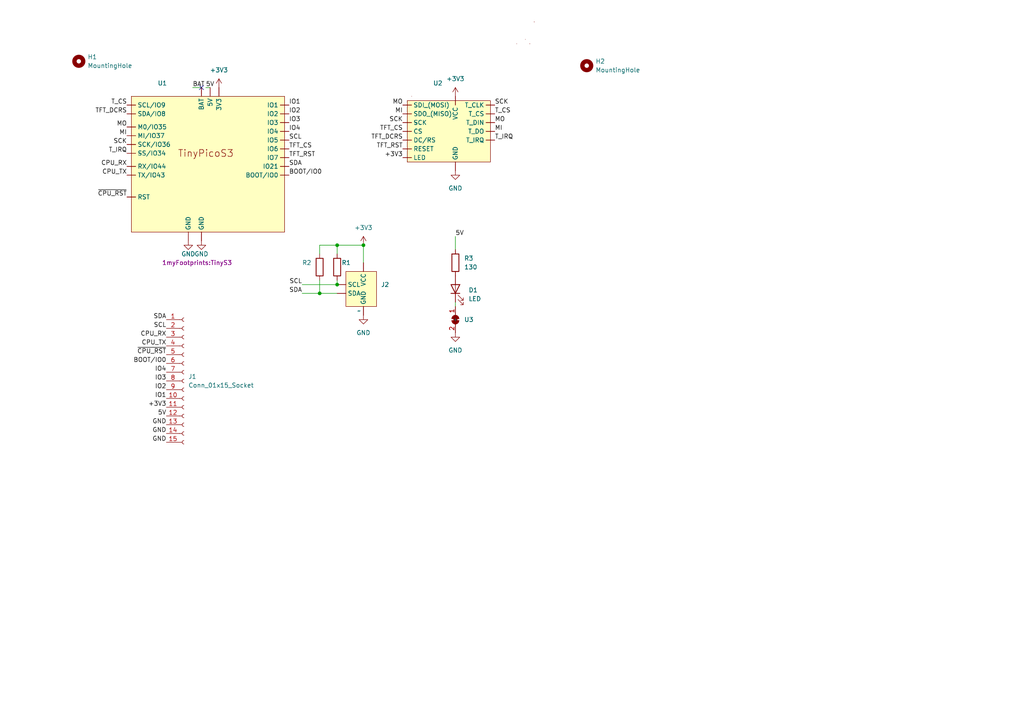
<source format=kicad_sch>
(kicad_sch (version 20230121) (generator eeschema)
  (paper "A4")
  (title_block (title "PDX Hackespace Exit Poll") (date "2023-11-12") (rev "0.1") (company "PDX Hackerspace") (comment 1 "John Romkey"))
  (lib_symbols
    (symbol "1mySymbols:SPI_TFT_Touch" (pin_numbers hide)
      (property "Reference" "U" (at 0 12.7 0))
      (symbol "SPI_TFT_Touch_0_1"
        (rectangle (start -11.43 8.89) (end -11.43 8.89))
        (rectangle (start 19.05 24.13) (end 19.05 24.13))
        (rectangle (start 20.32 38.1) (end 20.32 38.1))
        (rectangle (start 21.59 25.4) (end 21.59 25.4))
        (rectangle (start 22.86 24.13) (end 22.86 24.13))
        (rectangle (start 22.86 24.13) (end 22.86 24.13))
        (rectangle (start 24.13 30.48) (end 24.13 30.48))
        (rectangle (start 24.13 30.48) (end 24.13 30.48))
      )
      (symbol "SPI_TFT_Touch_1_1"
        (rectangle (start -12.7 7.62) (end 11.43 -10.16) (fill (type background)))
        (pin power_in line (at 1.27 8.89 270) (length 2.54) (name "VCC") (number "1"))
        (pin input line (at 12.7 6.35 180) (length 2.54) (name "T_CLK") (number "10"))
        (pin input line (at 12.7 3.81 180) (length 2.54) (name "T_CS") (number "11"))
        (pin input line (at 12.7 1.27 180) (length 2.54) (name "T_DIN") (number "12"))
        (pin output line (at 12.7 -1.27 180) (length 2.54) (name "T_DO") (number "13"))
        (pin output line (at 12.7 -3.81 180) (length 2.54) (name "T_IRQ") (number "14"))
        (pin power_in line (at 1.27 -12.7 90) (length 2.54) (name "GND") (number "2"))
        (pin input line (at -13.97 -1.27 0) (length 2.54) (name "CS") (number "3"))
        (pin input line (at -13.97 -6.35 0) (length 2.54) (name "RESET") (number "4"))
        (pin input line (at -13.97 -3.81 0) (length 2.54) (name "DC/RS") (number "5"))
        (pin input line (at -13.97 6.35 0) (length 2.54) (name "SDI_(MOSI)") (number "6"))
        (pin input line (at -13.97 1.27 0) (length 2.54) (name "SCK") (number "7"))
        (pin input line (at -13.97 -8.89 0) (length 2.54) (name "LED") (number "8"))
        (pin input line (at -13.97 3.81 0) (length 2.54) (name "SDO_(MISO)") (number "9"))
      )
    )
    (symbol "1mySymbols:STEMMA_QT/Qwiic" (pin_numbers hide)
      (property "Reference" "J" (at 0 15.24 0))
      (property "Footprint" "Connector_JST:JST_SH_SM04B-SRSS-TB_1x04-1MP_P1.00mm_Horizontal" (at 0 -2.54 0))
      (symbol "STEMMA_QT/Qwiic_1_1"
        (rectangle (start -3.81 11.43) (end 5.08 1.27) (fill (type background)))
        (pin power_in line (at 1.27 -1.27 90) (length 2.54) (name "GND") (number "1"))
        (pin power_in line (at 1.27 13.97 270) (length 2.54) (name "VCC") (number "2"))
        (pin bidirectional line (at -6.35 5.08 0) (length 2.54) (name "SDA") (number "3"))
        (pin input line (at -6.35 7.62 0) (length 2.54) (name "SCL") (number "4"))
      )
    )
    (symbol "1mySymbols:TinyPicoS3" (pin_numbers hide)
      (property "Reference" "U1" (at 25.4 17.78 0))
      (property "Value" "~" (at -5.08 0 0))
      (property "Footprint" "FootprintLibrary:TinyPico" (at 11.43 -31.75 0))
      (symbol "TinyPicoS3_1_1"
        (rectangle (start -7.62 16.51) (end 36.83 -22.86) (fill (type background)))
        (text "TinyPicoS3\n" (at 13.97 0 0) (effects (font (size 2 2))))
        (pin bidirectional line (at -8.89 7.62 0) (length 2.54) (name "M0/IO35") (number "1"))
        (pin input line (at 12.7 -25.4 90) (length 2.54) (name "GND") (number "10"))
        (pin input line (at -8.89 -6.35 0) (length 2.54) (name "TX/IO43") (number "11"))
        (pin output line (at -8.89 -3.81 0) (length 2.54) (name "RX/IO44") (number "12"))
        (pin bidirectional line (at 38.1 -6.35 180) (length 2.54) (name "BOOT/IO0") (number "13"))
        (pin bidirectional line (at 38.1 -3.81 180) (length 2.54) (name "IO21") (number "14"))
        (pin bidirectional line (at 38.1 3.81 180) (length 2.54) (name "IO5") (number "15"))
        (pin bidirectional line (at 38.1 6.35 180) (length 2.54) (name "IO4") (number "16"))
        (pin bidirectional line (at 38.1 8.89 180) (length 2.54) (name "IO3") (number "17"))
        (pin bidirectional line (at 38.1 11.43 180) (length 2.54) (name "IO2") (number "18"))
        (pin bidirectional line (at 38.1 13.97 180) (length 2.54) (name "IO1") (number "19"))
        (pin bidirectional line (at -8.89 5.08 0) (length 2.54) (name "MI/IO37") (number "2"))
        (pin power_out line (at 17.78 19.05 270) (length 2.54) (name "3V3") (number "20"))
        (pin power_out line (at 15.24 19.05 270) (length 2.54) (name "5V") (number "21"))
        (pin input line (at 8.89 -25.4 90) (length 2.54) (name "GND") (number "22"))
        (pin output line (at 12.7 19.05 270) (length 2.54) (name "BAT") (number "23"))
        (pin bidirectional line (at -8.89 2.54 0) (length 2.54) (name "SCK/IO36") (number "3"))
        (pin bidirectional line (at -8.89 0 0) (length 2.54) (name "SS/IO34") (number "4"))
        (pin bidirectional line (at -8.89 13.97 0) (length 2.54) (name "SCL/IO9") (number "5"))
        (pin bidirectional line (at -8.89 11.43 0) (length 2.54) (name "SDA/IO8") (number "6"))
        (pin bidirectional line (at 38.1 -1.27 180) (length 2.54) (name "IO7") (number "7"))
        (pin bidirectional line (at 38.1 1.27 180) (length 2.54) (name "IO6") (number "8"))
        (pin input line (at -8.89 -12.7 0) (length 2.54) (name "RST") (number "9"))
      )
    )
    (symbol "Connector:Conn_01x15_Socket" (pin_names (offset 1.016) hide)
      (property "Reference" "J" (at 0 20.32 0))
      (property "Value" "Conn_01x15_Socket" (at 0 -20.32 0))
      (symbol "Conn_01x15_Socket_1_1"
        (arc (start 0 -17.272) (mid -0.5058 -17.78) (end 0 -18.288) (stroke (width 0.1524)))
        (arc (start 0 -14.732) (mid -0.5058 -15.24) (end 0 -15.748) (stroke (width 0.1524)))
        (arc (start 0 -12.192) (mid -0.5058 -12.7) (end 0 -13.208) (stroke (width 0.1524)))
        (arc (start 0 -9.652) (mid -0.5058 -10.16) (end 0 -10.668) (stroke (width 0.1524)))
        (arc (start 0 -7.112) (mid -0.5058 -7.62) (end 0 -8.128) (stroke (width 0.1524)))
        (arc (start 0 -4.572) (mid -0.5058 -5.08) (end 0 -5.588) (stroke (width 0.1524)))
        (arc (start 0 -2.032) (mid -0.5058 -2.54) (end 0 -3.048) (stroke (width 0.1524)))
        (polyline (pts (xy -1.27 -17.78) (xy -0.508 -17.78)) (stroke (width 0.1524)))
        (polyline (pts (xy -1.27 -15.24) (xy -0.508 -15.24)) (stroke (width 0.1524)))
        (polyline (pts (xy -1.27 -12.7) (xy -0.508 -12.7)) (stroke (width 0.1524)))
        (polyline (pts (xy -1.27 -10.16) (xy -0.508 -10.16)) (stroke (width 0.1524)))
        (polyline (pts (xy -1.27 -7.62) (xy -0.508 -7.62)) (stroke (width 0.1524)))
        (polyline (pts (xy -1.27 -5.08) (xy -0.508 -5.08)) (stroke (width 0.1524)))
        (polyline (pts (xy -1.27 -2.54) (xy -0.508 -2.54)) (stroke (width 0.1524)))
        (polyline (pts (xy -1.27 0) (xy -0.508 0)) (stroke (width 0.1524)))
        (polyline (pts (xy -1.27 2.54) (xy -0.508 2.54)) (stroke (width 0.1524)))
        (polyline (pts (xy -1.27 5.08) (xy -0.508 5.08)) (stroke (width 0.1524)))
        (polyline (pts (xy -1.27 7.62) (xy -0.508 7.62)) (stroke (width 0.1524)))
        (polyline (pts (xy -1.27 10.16) (xy -0.508 10.16)) (stroke (width 0.1524)))
        (polyline (pts (xy -1.27 12.7) (xy -0.508 12.7)) (stroke (width 0.1524)))
        (polyline (pts (xy -1.27 15.24) (xy -0.508 15.24)) (stroke (width 0.1524)))
        (polyline (pts (xy -1.27 17.78) (xy -0.508 17.78)) (stroke (width 0.1524)))
        (arc (start 0 0.508) (mid -0.5058 0) (end 0 -0.508) (stroke (width 0.1524)))
        (arc (start 0 3.048) (mid -0.5058 2.54) (end 0 2.032) (stroke (width 0.1524)))
        (arc (start 0 5.588) (mid -0.5058 5.08) (end 0 4.572) (stroke (width 0.1524)))
        (arc (start 0 8.128) (mid -0.5058 7.62) (end 0 7.112) (stroke (width 0.1524)))
        (arc (start 0 10.668) (mid -0.5058 10.16) (end 0 9.652) (stroke (width 0.1524)))
        (arc (start 0 13.208) (mid -0.5058 12.7) (end 0 12.192) (stroke (width 0.1524)))
        (arc (start 0 15.748) (mid -0.5058 15.24) (end 0 14.732) (stroke (width 0.1524)))
        (arc (start 0 18.288) (mid -0.5058 17.78) (end 0 17.272) (stroke (width 0.1524)))
        (pin passive line (at -5.08 17.78 0) (length 3.81) (name "Pin_1") (number "1"))
        (pin passive line (at -5.08 -5.08 0) (length 3.81) (name "Pin_10") (number "10"))
        (pin passive line (at -5.08 -7.62 0) (length 3.81) (name "Pin_11") (number "11"))
        (pin passive line (at -5.08 -10.16 0) (length 3.81) (name "Pin_12") (number "12"))
        (pin passive line (at -5.08 -12.7 0) (length 3.81) (name "Pin_13") (number "13"))
        (pin passive line (at -5.08 -15.24 0) (length 3.81) (name "Pin_14") (number "14"))
        (pin passive line (at -5.08 -17.78 0) (length 3.81) (name "Pin_15") (number "15"))
        (pin passive line (at -5.08 15.24 0) (length 3.81) (name "Pin_2") (number "2"))
        (pin passive line (at -5.08 12.7 0) (length 3.81) (name "Pin_3") (number "3"))
        (pin passive line (at -5.08 10.16 0) (length 3.81) (name "Pin_4") (number "4"))
        (pin passive line (at -5.08 7.62 0) (length 3.81) (name "Pin_5") (number "5"))
        (pin passive line (at -5.08 5.08 0) (length 3.81) (name "Pin_6") (number "6"))
        (pin passive line (at -5.08 2.54 0) (length 3.81) (name "Pin_7") (number "7"))
        (pin passive line (at -5.08 0 0) (length 3.81) (name "Pin_8") (number "8"))
        (pin passive line (at -5.08 -2.54 0) (length 3.81) (name "Pin_9") (number "9"))
      )
    )
    (symbol "Device:LED" (pin_numbers hide) (pin_names (offset 1.016) hide)
      (property "Reference" "D" (at 0 2.54 0))
      (property "Value" "LED" (at 0 -2.54 0))
      (symbol "LED_0_1"
        (polyline (pts (xy -1.27 -1.27) (xy -1.27 1.27)) (stroke (width 0.254)))
        (polyline (pts (xy -1.27 0) (xy 1.27 0)))
        (polyline (pts (xy 1.27 -1.27) (xy 1.27 1.27) (xy -1.27 0) (xy 1.27 -1.27)) (stroke (width 0.254)))
        (polyline (pts (xy -3.048 -0.762) (xy -4.572 -2.286) (xy -3.81 -2.286) (xy -4.572 -2.286) (xy -4.572 -1.524)))
        (polyline (pts (xy -1.778 -0.762) (xy -3.302 -2.286) (xy -2.54 -2.286) (xy -3.302 -2.286) (xy -3.302 -1.524)))
      )
      (symbol "LED_1_1"
        (pin passive line (at -3.81 0 0) (length 2.54) (name "K") (number "1"))
        (pin passive line (at 3.81 0 180) (length 2.54) (name "A") (number "2"))
      )
    )
    (symbol "Device:R" (pin_numbers hide) (pin_names (offset 0))
      (property "Reference" "R" (at 2.032 0 90))
      (property "Value" "R" (at 0 0 90))
      (symbol "R_0_1"
        (rectangle (start -1.016 -2.54) (end 1.016 2.54) (stroke (width 0.254)))
      )
      (symbol "R_1_1"
        (pin passive line (at 0 3.81 270) (length 1.27) (name "~") (number "1"))
        (pin passive line (at 0 -3.81 90) (length 1.27) (name "~") (number "2"))
      )
    )
    (symbol "Jumper:SolderJumper_2_Bridged" (pin_names (offset 0) hide)
      (property "Reference" "JP" (at 0 2.032 0))
      (property "Value" "SolderJumper_2_Bridged" (at 0 -2.54 0))
      (symbol "SolderJumper_2_Bridged_0_1"
        (rectangle (start -0.508 0.508) (end 0.508 -0.508) (fill (type outline)))
        (arc (start -0.254 1.016) (mid -1.2656 0) (end -0.254 -1.016))
        (arc (start -0.254 1.016) (mid -1.2656 0) (end -0.254 -1.016) (fill (type outline)))
        (polyline (pts (xy -0.254 1.016) (xy -0.254 -1.016)))
        (polyline (pts (xy 0.254 1.016) (xy 0.254 -1.016)))
        (arc (start 0.254 -1.016) (mid 1.2656 0) (end 0.254 1.016))
        (arc (start 0.254 -1.016) (mid 1.2656 0) (end 0.254 1.016) (fill (type outline)))
      )
      (symbol "SolderJumper_2_Bridged_1_1"
        (pin passive line (at -3.81 0 0) (length 2.54) (name "A") (number "1"))
        (pin passive line (at 3.81 0 180) (length 2.54) (name "B") (number "2"))
      )
    )
    (symbol "Mechanical:MountingHole" (pin_names (offset 1.016))
      (property "Reference" "H" (at 0 5.08 0))
      (property "Value" "MountingHole" (at 0 3.175 0))
      (symbol "MountingHole_0_1"
        (circle (center 0 0) (radius 1.27) (stroke (width 1.27)))
      )
    )
    (symbol "power:+3V3" (power) (pin_names (offset 0))
      (property "Value" "+3V3" (at 0 3.556 0))
      (symbol "+3V3_0_1"
        (polyline (pts (xy -0.762 1.27) (xy 0 2.54)))
        (polyline (pts (xy 0 0) (xy 0 2.54)))
        (polyline (pts (xy 0 2.54) (xy 0.762 1.27)))
      )
      (symbol "+3V3_1_1"
        (pin power_in line (at 0 0 90) (length 0) hide (name "+3V3") (number "1"))
      )
    )
    (symbol "power:GND" (power) (pin_names (offset 0))
      (property "Value" "GND" (at 0 -3.81 0))
      (symbol "GND_0_1"
        (polyline (pts (xy 0 0) (xy 0 -1.27) (xy 1.27 -1.27) (xy 0 -2.54) (xy -1.27 -1.27) (xy 0 -1.27)))
      )
      (symbol "GND_1_1"
        (pin power_in line (at 0 0 270) (length 0) hide (name "GND") (number "1"))
      )
    )
  )
  (junction (at 97.79 71.12))
  (junction (at 105.41 71.12))
  (junction (at 97.79 82.55))
  (junction (at 92.71 85.09))
  (no_connect (at 58.42 25.4))
  (wire (pts (xy 105.41 71.12) (xy 105.41 76.2)))
  (wire (pts (xy 97.79 71.12) (xy 97.79 73.66)))
  (wire (pts (xy 92.71 71.12) (xy 97.79 71.12)))
  (wire (pts (xy 55.88 25.4) (xy 58.42 25.4)))
  (wire (pts (xy 59.69 25.4) (xy 60.96 25.4)))
  (wire (pts (xy 132.08 87.63) (xy 132.08 88.9)))
  (wire (pts (xy 92.71 81.28) (xy 92.71 85.09)))
  (wire (pts (xy 92.71 85.09) (xy 87.63 85.09)))
  (wire (pts (xy 97.79 71.12) (xy 105.41 71.12)))
  (wire (pts (xy 97.79 82.55) (xy 87.63 82.55)))
  (wire (pts (xy 97.79 81.28) (xy 97.79 82.55)))
  (wire (pts (xy 132.08 68.58) (xy 132.08 72.39)))
  (wire (pts (xy 92.71 73.66) (xy 92.71 71.12)))
  (wire (pts (xy 97.79 85.09) (xy 92.71 85.09)))
  (label "IO3" (at 48.26 110.49 180))
  (label "T_CS" (at 143.51 33.02 0))
  (label "MO" (at 36.83 36.83 180))
  (label "T_IRQ" (at 143.51 40.64 0))
  (label "IO3" (at 83.82 35.56 0))
  (label "GND" (at 48.26 123.19 180))
  (label "SDA" (at 83.82 48.26 0))
  (label "IO2" (at 48.26 113.03 180))
  (label "CPU_TX" (at 36.83 50.8 180))
  (label "TFT_RST" (at 116.84 43.18 180))
  (label "SDA" (at 48.26 92.71 180))
  (label "IO4" (at 83.82 38.1 0))
  (label "SCL" (at 87.63 82.55 180))
  (label "CPU_RX" (at 48.26 97.79 180))
  (label "MI" (at 36.83 39.37 180))
  (label "MI" (at 143.51 38.1 0))
  (label "IO4" (at 48.26 107.95 180))
  (label "5V" (at 48.26 120.65 180))
  (label "+3V3" (at 116.84 45.72 180))
  (label "TFT_DCRS" (at 116.84 40.64 180))
  (label "IO1" (at 48.26 115.57 180))
  (label "TFT_DCRS" (at 36.83 33.02 180))
  (label "~{CPU_RST}" (at 36.83 57.15 180))
  (label "SCK" (at 143.51 30.48 0))
  (label "T_CS" (at 36.83 30.48 180))
  (label "BAT" (at 55.88 25.4 0))
  (label "MO" (at 116.84 30.48 180))
  (label "SCK" (at 36.83 41.91 180))
  (label "BOOT{slash}IO0" (at 83.82 50.8 0))
  (label "5V" (at 59.69 25.4 0))
  (label "SCL" (at 83.82 40.64 0))
  (label "5V" (at 132.08 68.58 0))
  (label "GND" (at 48.26 125.73 180))
  (label "SDA" (at 87.63 85.09 180))
  (label "+3V3" (at 48.26 118.11 180))
  (label "~{CPU_RST}" (at 48.26 102.87 180))
  (label "T_IRQ" (at 36.83 44.45 180))
  (label "IO1" (at 83.82 30.48 0))
  (label "TFT_CS" (at 116.84 38.1 180))
  (label "MI" (at 116.84 33.02 180))
  (label "GND" (at 48.26 128.27 180))
  (label "CPU_TX" (at 48.26 100.33 180))
  (label "SCL" (at 48.26 95.25 180))
  (label "TFT_CS" (at 83.82 43.18 0))
  (label "BOOT{slash}IO0" (at 48.26 105.41 180))
  (label "IO2" (at 83.82 33.02 0))
  (label "CPU_RX" (at 36.83 48.26 180))
  (label "TFT_RST" (at 83.82 45.72 0))
  (label "SCK" (at 116.84 35.56 180))
  (label "MO" (at 143.51 35.56 0))
  (symbol (lib_id "Device:LED") (at 132.08 83.82 90) (unit 1)
    (property "Reference" "D1" (at 135.89 84.1375 90) (effects (justify right)))
    (property "Value" "LED" (at 135.89 86.6775 90) (effects (justify right)))
    (property "Footprint" "LED_SMD:LED_1206_3216Metric_Pad1.42x1.75mm_HandSolder" (effects hide))
  )
  (symbol (lib_id "Connector:Conn_01x15_Socket") (at 53.34 110.49 0) (unit 1)
    (property "Reference" "J1" (at 54.61 109.22 0) (effects (justify left)))
    (property "Value" "Conn_01x15_Socket" (at 54.61 111.76 0) (effects (justify left)))
    (property "Footprint" "Connector_PinSocket_2.54mm:PinSocket_1x15_P2.54mm_Vertical" (effects hide))
  )
  (symbol (lib_id "power:GND") (at 105.41 91.44 0) (unit 1)
    (property "Reference" "#PWR05" (effects hide))
    (property "Value" "GND" (at 105.41 96.52 0))
  )
  (symbol (lib_id "power:+3V3") (at 132.08 27.94 0) (unit 1)
    (property "Reference" "#PWR06" (effects hide))
    (property "Value" "+3V3" (at 132.08 22.86 0))
  )
  (symbol (lib_id "Mechanical:MountingHole") (at 170.18 19.05 0) (unit 1)
    (property "Reference" "H2" (at 172.72 17.78 0) (effects (justify left)))
    (property "Value" "MountingHole" (at 172.72 20.32 0) (effects (justify left)))
    (property "Footprint" "MountingHole:MountingHole_2.7mm_M2.5" (effects hide))
  )
  (symbol (lib_id "Device:R") (at 92.71 77.47 0) (unit 1)
    (property "Reference" "R2" (at 87.63 76.2 0) (effects (justify left)))
    (property "Value" "4.7K" (effects hide))
    (property "Footprint" "Resistor_THT:R_Axial_DIN0204_L3.6mm_D1.6mm_P5.08mm_Horizontal" (effects hide))
  )
  (symbol (lib_id "Device:R") (at 132.08 76.2 0) (unit 1)
    (property "Reference" "R3" (at 134.62 74.93 0) (effects (justify left)))
    (property "Value" "130" (at 134.62 77.47 0) (effects (justify left)))
    (property "Footprint" "Resistor_SMD:R_1206_3216Metric_Pad1.30x1.75mm_HandSolder" (effects hide))
  )
  (symbol (lib_id "Device:R") (at 97.79 77.47 0) (unit 1)
    (property "Reference" "R1" (at 99.06 76.2 0) (effects (justify left)))
    (property "Value" "4.7K" (effects hide))
    (property "Footprint" "Resistor_THT:R_Axial_DIN0204_L3.6mm_D1.6mm_P5.08mm_Horizontal" (effects hide))
  )
  (symbol (lib_id "power:GND") (at 132.08 96.52 0) (unit 1)
    (property "Reference" "#PWR09" (effects hide))
    (property "Value" "GND" (at 132.08 101.6 0))
  )
  (symbol (lib_id "power:GND") (at 132.08 49.53 0) (unit 1)
    (property "Reference" "#PWR07" (effects hide))
    (property "Value" "GND" (at 132.08 54.61 0))
  )
  (symbol (lib_id "1mySymbols:TinyPicoS3") (at 45.72 44.45 0) (unit 1)
    (property "Reference" "U1" (at 45.72 24.13 0) (effects (justify left)))
    (property "Value" "~" (at 40.64 44.45 0))
    (property "Footprint" "1myFootprints:TinyS3" (at 57.15 76.2 0))
    (property "Datasheet" "https://unexpectedmaker.com/shop.html#!/TinyPICO/p/577111313/category=154494282" (effects hide))
  )
  (symbol (lib_id "power:+3V3") (at 63.5 25.4 0) (unit 1)
    (property "Reference" "#PWR03" (effects hide))
    (property "Value" "+3V3" (at 63.5 20.32 0))
  )
  (symbol (lib_id "1mySymbols:SPI_TFT_Touch") (at 130.81 36.83 0) (unit 1)
    (property "Reference" "U2" (at 127 24.13 0))
    (property "Value" "~" (at 120.65 35.56 0))
    (property "Footprint" "1myFootprints:SPI_TFT_TOUCH" (effects hide))
  )
  (symbol (lib_id "power:GND") (at 54.61 69.85 0) (unit 1)
    (property "Reference" "#PWR01" (effects hide))
    (property "Value" "GND" (at 54.61 73.66 0))
  )
  (symbol (lib_id "Jumper:SolderJumper_2_Bridged") (at 132.08 92.71 270) (unit 1)
    (property "Reference" "U3" (at 134.62 92.71 90) (effects (justify left)))
    (property "Value" "~" (at 132.08 92.71 0))
    (property "Footprint" "Jumper:SolderJumper-2_P1.3mm_Bridged_RoundedPad1.0x1.5mm" (effects hide))
  )
  (symbol (lib_id "Mechanical:MountingHole") (at 22.86 17.78 0) (unit 1)
    (property "Reference" "H1" (at 25.4 16.51 0) (effects (justify left)))
    (property "Value" "MountingHole" (at 25.4 19.05 0) (effects (justify left)))
    (property "Footprint" "MountingHole:MountingHole_2.7mm_M2.5" (effects hide))
  )
  (symbol (lib_id "power:+3V3") (at 105.41 71.12 0) (unit 1)
    (property "Reference" "#PWR04" (effects hide))
    (property "Value" "+3V3" (at 105.41 66.04 0))
  )
  (symbol (lib_id "1mySymbols:STEMMA_QT/Qwiic") (at 104.14 90.17 0) (unit 1)
    (property "Reference" "J2" (at 110.49 82.55 0) (effects (justify left)))
    (property "Value" "~" (at 104.14 90.17 0))
    (property "Footprint" "Connector_JST:JST_SH_SM04B-SRSS-TB_1x04-1MP_P1.00mm_Horizontal" (effects hide))
    (property "Datasheet" "https://learn.adafruit.com/introducing-adafruit-stemma-qt/what-is-stemma-qt" (effects hide))
  )
  (symbol (lib_id "power:GND") (at 58.42 69.85 0) (unit 1)
    (property "Reference" "#PWR02" (effects hide))
    (property "Value" "GND" (at 58.42 73.66 0))
  )
)
</source>
